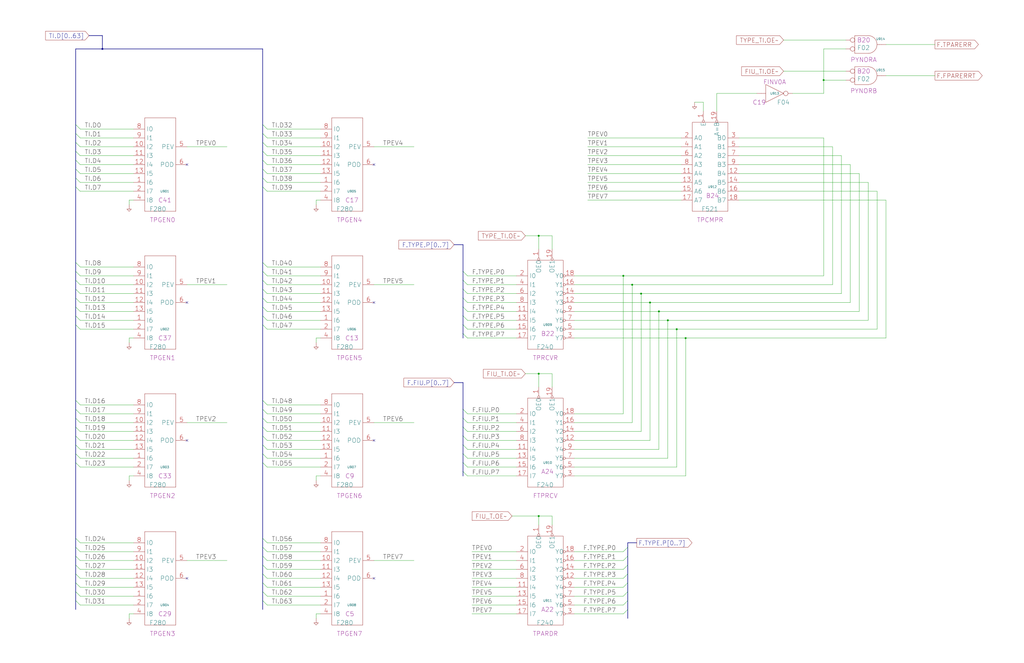
<source format=kicad_sch>
(kicad_sch (version 20250114) (generator "eeschema") (generator_version "9.0")
  (paper "User" 584.2 378.46)
  (title_block (title "TYPE/FIU BUS PARITY") (date "20-MAR-90") (rev "1.0") (comment 1 "FIU") (comment 2 "232-003065") (comment 3 "S400") (comment 4 "RELEASED"))
  (lib_symbols
    (symbol "r1000:F02" (pin_numbers (hide yes)) (pin_names (hide yes))
      (property "Reference" "U" (at 12.16 0.635 0))
      (property "Value" "F02" (at -1.27 -4.445 0))
      (property "Location" "___" (at 2.54 0 0))
      (property "Name" "______" (at 2.54 -12.7 0))
      (symbol "F02_0_1"
        (arc (start -3.81 2.54) (mid -2.9847 -2.54) (end -3.81 -7.62) (stroke (width 0.1524)))
        (polyline (pts (xy -5.08 0) (xy -3.175 0)) (stroke (width 0.1524)))
        (polyline (pts (xy -5.08 -5.08) (xy -3.175 -5.08)) (stroke (width 0.1524)))
        (polyline (pts (xy -3.81 2.54) (xy 2.54 2.54)) (stroke (width 0.1524)))
        (polyline (pts (xy -3.81 -7.62) (xy 2.54 -7.62)) (stroke (width 0.1524)))
        (arc (start 2.54 2.54) (mid 6.9477 0.8966) (end 10.16 -2.54) (stroke (width 0.1524)))
        (arc (start 10.16 -2.54) (mid 6.9515 -5.9823) (end 2.54 -7.62) (stroke (width 0.1524)))
        (circle (center 11.43 -2.54) (radius 1.27) (stroke (width 0.1524)))
        (polyline (pts (xy 13.97 -2.54) (xy 12.7 -2.54)) (stroke (width 0.1524)))
      )
      (symbol "F02_0_2"
        (circle (center -3.81 0) (radius 1.27) (stroke (width 0.1524)))
        (circle (center -3.81 -5.08) (radius 1.27) (stroke (width 0.1524)))
        (polyline (pts (xy -2.54 2.54) (xy -2.54 -7.62)) (stroke (width 0.1524)))
        (polyline (pts (xy -2.54 2.54) (xy 5.08 2.54)) (stroke (width 0.1524)))
        (polyline (pts (xy -2.54 -7.62) (xy 5.08 -7.62)) (stroke (width 0.1524)))
        (arc (start 5.08 2.54) (mid 10.1281 -2.54) (end 5.08 -7.62) (stroke (width 0.1524)))
        (polyline (pts (xy 11.43 -2.54) (xy 10.16 -2.54)) (stroke (width 0.1524)))
        (polyline (pts (xy 11.43 -2.54) (xy 12.7 -2.54)) (stroke (width 0.1524)))
      )
      (symbol "F02_1_1"
        (pin input line (at -7.62 0 0) (length 2.54) (name "D0") (number "1"))
        (pin input line (at -7.62 -5.08 0) (length 2.54) (name "D1") (number "2"))
        (pin output line (at 15.24 -2.54 180) (length 1.27) (name "Q") (number "3"))
      )
      (symbol "F02_1_2"
        (pin input line (at -7.62 0 0) (length 2.54) (name "D0") (number "1"))
        (pin input line (at -7.62 -5.08 0) (length 2.54) (name "D1") (number "2"))
        (pin output line (at 15.24 -2.54 180) (length 2.54) (name "Q") (number "3"))
      )
    )
    (symbol "r1000:F04" (pin_numbers (hide yes)) (pin_names (hide yes))
      (property "Reference" "U" (at 0 0 0))
      (property "Value" "F04" (at 1.27 -5.08 0))
      (property "Location" "___" (at -12.7 -5.08 0))
      (property "Name" "______" (at 0 5.08 0))
      (symbol "F04_0_1"
        (polyline (pts (xy -7.62 0) (xy -5.08 0)) (stroke (width 0.1524)))
        (polyline (pts (xy -5.08 5.08) (xy -5.08 -5.08)) (stroke (width 0.1524)))
        (polyline (pts (xy 5.08 0) (xy -5.08 5.08)) (stroke (width 0.1524)))
        (polyline (pts (xy 5.08 0) (xy -5.08 -5.08)) (stroke (width 0.1524)))
        (circle (center 6.35 0) (radius 1.27) (stroke (width 0.1524)))
      )
      (symbol "F04_1_1"
        (pin input line (at -10.16 0 0) (length 2.54) (name "D0") (number "1"))
        (pin output line (at 10.16 0 180) (length 2.54) (name "Q") (number "2"))
      )
    )
    (symbol "r1000:F240" (pin_names (offset 1.016))
      (property "Reference" "U" (at 2.54 5.08 0))
      (property "Value" "F240" (at -3.81 -7.62 0))
      (property "Location" "___" (at -1.27 0 0))
      (property "Name" "______" (at 1.27 -15.24 0))
      (symbol "F240_1_1"
        (rectangle (start -8.89 41.91) (end 11.43 -8.89))
        (circle (center -2.54 42.545) (radius 0.635))
        (circle (center 5.08 42.545) (radius 0.635))
        (circle (center 12.065 33.02) (radius 0.635))
        (circle (center 12.065 27.94) (radius 0.635))
        (circle (center 12.065 22.86) (radius 0.635))
        (circle (center 12.065 17.78) (radius 0.635))
        (circle (center 12.065 12.7) (radius 0.635))
        (circle (center 12.065 7.62) (radius 0.635))
        (circle (center 12.065 2.54) (radius 0.635))
        (circle (center 12.065 -2.54) (radius 0.635))
        (pin input line (at -15.24 33.02 0) (length 6.35) (name "I0") (number "2"))
        (pin input line (at -15.24 27.94 0) (length 6.35) (name "I1") (number "4"))
        (pin input line (at -15.24 22.86 0) (length 6.35) (name "I2") (number "6"))
        (pin input line (at -15.24 17.78 0) (length 6.35) (name "I3") (number "8"))
        (pin input line (at -15.24 12.7 0) (length 6.35) (name "I4") (number "11"))
        (pin input line (at -15.24 7.62 0) (length 6.35) (name "I5") (number "13"))
        (pin input line (at -15.24 2.54 0) (length 6.35) (name "I6") (number "15"))
        (pin input line (at -15.24 -2.54 0) (length 6.35) (name "I7") (number "17"))
        (pin input line (at -2.54 48.26 270) (length 5.08) (name "OE0") (number "1"))
        (pin input line (at 5.08 48.26 270) (length 5.08) (name "OE1") (number "19"))
        (pin tri_state line (at 17.78 33.02 180) (length 5.08) (name "Y0") (number "18"))
        (pin tri_state line (at 17.78 27.94 180) (length 5.08) (name "Y1") (number "16"))
        (pin tri_state line (at 17.78 22.86 180) (length 5.08) (name "Y2") (number "14"))
        (pin tri_state line (at 17.78 17.78 180) (length 5.08) (name "Y3") (number "12"))
        (pin tri_state line (at 17.78 12.7 180) (length 5.08) (name "Y4") (number "9"))
        (pin tri_state line (at 17.78 7.62 180) (length 5.08) (name "Y5") (number "7"))
        (pin tri_state line (at 17.78 2.54 180) (length 5.08) (name "Y6") (number "5"))
        (pin tri_state line (at 17.78 -2.54 180) (length 5.08) (name "Y7") (number "3"))
      )
    )
    (symbol "r1000:F280" (pin_names (offset 1.016))
      (property "Reference" "U" (at 2.54 5.08 0))
      (property "Value" "F280" (at -6.35 -5.08 0))
      (property "Location" "___" (at -1.27 0 0))
      (property "Name" "______" (at 1.27 -12.7 0))
      (symbol "F280_1_1"
        (rectangle (start -8.89 46.99) (end 8.89 -6.35))
        (pin input line (at -15.24 40.64 0) (length 6.35) (name "I0") (number "8"))
        (pin input line (at -15.24 35.56 0) (length 6.35) (name "I1") (number "9"))
        (pin input line (at -15.24 30.48 0) (length 6.35) (name "I2") (number "10"))
        (pin input line (at -15.24 25.4 0) (length 6.35) (name "I3") (number "11"))
        (pin input line (at -15.24 20.32 0) (length 6.35) (name "I4") (number "12"))
        (pin input line (at -15.24 15.24 0) (length 6.35) (name "I5") (number "13"))
        (pin input line (at -15.24 10.16 0) (length 6.35) (name "I6") (number "1"))
        (pin input line (at -15.24 5.08 0) (length 6.35) (name "I7") (number "2"))
        (pin input line (at -15.24 0 0) (length 6.35) (name "I8") (number "4"))
        (pin output line (at 15.24 30.48 180) (length 6.35) (name "PEV") (number "5"))
        (pin output line (at 15.24 20.32 180) (length 6.35) (name "POD") (number "6"))
      )
    )
    (symbol "r1000:F521" (pin_names (offset 1.016))
      (property "Reference" "U" (at 2.54 5.08 0))
      (property "Value" "F521" (at -3.81 -7.62 0))
      (property "Location" "___" (at -1.27 0 0))
      (property "Name" "______" (at 1.27 -15.24 0))
      (symbol "F521_1_1"
        (rectangle (start -8.89 41.91) (end 11.43 -8.89))
        (circle (center -2.54 42.545) (radius 0.635))
        (circle (center 5.08 42.545) (radius 0.635))
        (pin input line (at -15.24 33.02 0) (length 6.35) (name "A0") (number "2"))
        (pin input line (at -15.24 27.94 0) (length 6.35) (name "A1") (number "4"))
        (pin input line (at -15.24 22.86 0) (length 6.35) (name "A2") (number "6"))
        (pin input line (at -15.24 17.78 0) (length 6.35) (name "A3") (number "8"))
        (pin input line (at -15.24 12.7 0) (length 6.35) (name "A4") (number "11"))
        (pin input line (at -15.24 7.62 0) (length 6.35) (name "A5") (number "13"))
        (pin input line (at -15.24 2.54 0) (length 6.35) (name "A6") (number "15"))
        (pin input line (at -15.24 -2.54 0) (length 6.35) (name "A7") (number "17"))
        (pin input line (at -2.54 48.26 270) (length 5.08) (name "E") (number "1"))
        (pin output line (at 5.08 48.26 270) (length 5.08) (name "A=B") (number "19"))
        (pin input line (at 17.78 33.02 180) (length 6.35) (name "B0") (number "3"))
        (pin input line (at 17.78 27.94 180) (length 6.35) (name "B1") (number "5"))
        (pin input line (at 17.78 22.86 180) (length 6.35) (name "B2") (number "7"))
        (pin input line (at 17.78 17.78 180) (length 6.35) (name "B3") (number "9"))
        (pin input line (at 17.78 12.7 180) (length 6.35) (name "B4") (number "12"))
        (pin input line (at 17.78 7.62 180) (length 6.35) (name "B5") (number "14"))
        (pin input line (at 17.78 2.54 180) (length 6.35) (name "B6") (number "16"))
        (pin input line (at 17.78 -2.54 180) (length 6.35) (name "B7") (number "18"))
      )
    )
    (symbol "r1000:PD" (power) (pin_numbers (hide yes)) (pin_names (hide yes)) (in_bom no)
      (symbol "PD_0_1"
        (polyline (pts (xy 0 -2.54) (xy 1.27 -2.54) (xy 0 -3.81) (xy -1.27 -2.54) (xy 0 -2.54)) (stroke (width 0.1524)))
      )
      (symbol "PD_1_1"
        (pin power_in line (at 0 0 270) (length 2.54) (name "PD") (number "1"))
      )
    )
  )
  (junction (at 355.6 157.48))
  (junction (at 386.08 187.96))
  (junction (at 58.42 27.94))
  (junction (at 307.34 213.36))
  (junction (at 360.68 162.56))
  (junction (at 391.16 193.04))
  (junction (at 307.34 134.62))
  (junction (at 370.84 172.72))
  (junction (at 375.92 177.8))
  (junction (at 469.9 45.72))
  (junction (at 365.76 167.64))
  (junction (at 307.34 294.64))
  (junction (at 381 182.88))
  (no_connect (at 213.36 93.98))
  (no_connect (at 213.36 330.2))
  (no_connect (at 106.68 172.72))
  (no_connect (at 106.68 251.46))
  (no_connect (at 106.68 93.98))
  (no_connect (at 213.36 172.72))
  (no_connect (at 106.68 330.2))
  (no_connect (at 213.36 251.46))
  (bus_entry (at 264.16 185.42) (size 2.54 2.54))
  (bus_entry (at 149.86 96.52) (size 2.54 2.54))
  (bus_entry (at 358.14 327.66) (size -2.54 2.54))
  (bus_entry (at 358.14 317.5) (size -2.54 2.54))
  (bus_entry (at 149.86 233.68) (size 2.54 2.54))
  (bus_entry (at 149.86 322.58) (size 2.54 2.54))
  (bus_entry (at 149.86 86.36) (size 2.54 2.54))
  (bus_entry (at 43.18 312.42) (size 2.54 2.54))
  (bus_entry (at 149.86 160.02) (size 2.54 2.54))
  (bus_entry (at 43.18 337.82) (size 2.54 2.54))
  (bus_entry (at 43.18 170.18) (size 2.54 2.54))
  (bus_entry (at 358.14 347.98) (size -2.54 2.54))
  (bus_entry (at 264.16 264.16) (size 2.54 2.54))
  (bus_entry (at 149.86 259.08) (size 2.54 2.54))
  (bus_entry (at 43.18 180.34) (size 2.54 2.54))
  (bus_entry (at 43.18 165.1) (size 2.54 2.54))
  (bus_entry (at 43.18 185.42) (size 2.54 2.54))
  (bus_entry (at 43.18 233.68) (size 2.54 2.54))
  (bus_entry (at 43.18 101.6) (size 2.54 2.54))
  (bus_entry (at 264.16 154.94) (size 2.54 2.54))
  (bus_entry (at 264.16 160.02) (size 2.54 2.54))
  (bus_entry (at 149.86 238.76) (size 2.54 2.54))
  (bus_entry (at 43.18 160.02) (size 2.54 2.54))
  (bus_entry (at 149.86 154.94) (size 2.54 2.54))
  (bus_entry (at 264.16 248.92) (size 2.54 2.54))
  (bus_entry (at 43.18 76.2) (size 2.54 2.54))
  (bus_entry (at 264.16 243.84) (size 2.54 2.54))
  (bus_entry (at 149.86 317.5) (size 2.54 2.54))
  (bus_entry (at 43.18 254) (size 2.54 2.54))
  (bus_entry (at 149.86 76.2) (size 2.54 2.54))
  (bus_entry (at 264.16 165.1) (size 2.54 2.54))
  (bus_entry (at 43.18 96.52) (size 2.54 2.54))
  (bus_entry (at 358.14 332.74) (size -2.54 2.54))
  (bus_entry (at 43.18 317.5) (size 2.54 2.54))
  (bus_entry (at 43.18 91.44) (size 2.54 2.54))
  (bus_entry (at 149.86 228.6) (size 2.54 2.54))
  (bus_entry (at 43.18 259.08) (size 2.54 2.54))
  (bus_entry (at 43.18 228.6) (size 2.54 2.54))
  (bus_entry (at 149.86 81.28) (size 2.54 2.54))
  (bus_entry (at 264.16 269.24) (size 2.54 2.54))
  (bus_entry (at 43.18 81.28) (size 2.54 2.54))
  (bus_entry (at 149.86 175.26) (size 2.54 2.54))
  (bus_entry (at 43.18 154.94) (size 2.54 2.54))
  (bus_entry (at 43.18 248.92) (size 2.54 2.54))
  (bus_entry (at 149.86 170.18) (size 2.54 2.54))
  (bus_entry (at 264.16 180.34) (size 2.54 2.54))
  (bus_entry (at 264.16 238.76) (size 2.54 2.54))
  (bus_entry (at 149.86 312.42) (size 2.54 2.54))
  (bus_entry (at 43.18 342.9) (size 2.54 2.54))
  (bus_entry (at 43.18 238.76) (size 2.54 2.54))
  (bus_entry (at 149.86 106.68) (size 2.54 2.54))
  (bus_entry (at 264.16 233.68) (size 2.54 2.54))
  (bus_entry (at 149.86 332.74) (size 2.54 2.54))
  (bus_entry (at 149.86 307.34) (size 2.54 2.54))
  (bus_entry (at 264.16 254) (size 2.54 2.54))
  (bus_entry (at 43.18 71.12) (size 2.54 2.54))
  (bus_entry (at 43.18 86.36) (size 2.54 2.54))
  (bus_entry (at 43.18 149.86) (size 2.54 2.54))
  (bus_entry (at 358.14 322.58) (size -2.54 2.54))
  (bus_entry (at 43.18 332.74) (size 2.54 2.54))
  (bus_entry (at 149.86 327.66) (size 2.54 2.54))
  (bus_entry (at 149.86 180.34) (size 2.54 2.54))
  (bus_entry (at 43.18 175.26) (size 2.54 2.54))
  (bus_entry (at 264.16 259.08) (size 2.54 2.54))
  (bus_entry (at 264.16 175.26) (size 2.54 2.54))
  (bus_entry (at 358.14 312.42) (size -2.54 2.54))
  (bus_entry (at 149.86 71.12) (size 2.54 2.54))
  (bus_entry (at 149.86 254) (size 2.54 2.54))
  (bus_entry (at 358.14 337.82) (size -2.54 2.54))
  (bus_entry (at 149.86 243.84) (size 2.54 2.54))
  (bus_entry (at 43.18 243.84) (size 2.54 2.54))
  (bus_entry (at 149.86 248.92) (size 2.54 2.54))
  (bus_entry (at 43.18 106.68) (size 2.54 2.54))
  (bus_entry (at 149.86 342.9) (size 2.54 2.54))
  (bus_entry (at 43.18 307.34) (size 2.54 2.54))
  (bus_entry (at 43.18 327.66) (size 2.54 2.54))
  (bus_entry (at 149.86 337.82) (size 2.54 2.54))
  (bus_entry (at 149.86 149.86) (size 2.54 2.54))
  (bus_entry (at 264.16 190.5) (size 2.54 2.54))
  (bus_entry (at 149.86 91.44) (size 2.54 2.54))
  (bus_entry (at 358.14 342.9) (size -2.54 2.54))
  (bus_entry (at 149.86 101.6) (size 2.54 2.54))
  (bus_entry (at 149.86 165.1) (size 2.54 2.54))
  (bus_entry (at 43.18 264.16) (size 2.54 2.54))
  (bus_entry (at 264.16 170.18) (size 2.54 2.54))
  (bus_entry (at 43.18 322.58) (size 2.54 2.54))
  (bus_entry (at 149.86 185.42) (size 2.54 2.54))
  (bus_entry (at 149.86 264.16) (size 2.54 2.54))
  (wire (pts (xy 45.72 261.62) (xy 76.2 261.62)))
  (wire (pts (xy 180.34 114.3) (xy 180.34 116.84)))
  (bus (pts (xy 264.16 269.24) (xy 264.16 271.78)))
  (bus (pts (xy 259.08 139.7) (xy 264.16 139.7)))
  (wire (pts (xy 152.4 83.82) (xy 182.88 83.82)))
  (wire (pts (xy 45.72 167.64) (xy 76.2 167.64)))
  (bus (pts (xy 149.86 81.28) (xy 149.86 86.36)))
  (wire (pts (xy 327.66 172.72) (xy 370.84 172.72)))
  (wire (pts (xy 76.2 114.3) (xy 73.66 114.3)))
  (bus (pts (xy 43.18 106.68) (xy 43.18 149.86)))
  (wire (pts (xy 45.72 93.98) (xy 76.2 93.98)))
  (bus (pts (xy 43.18 27.94) (xy 58.42 27.94)))
  (wire (pts (xy 266.7 182.88) (xy 294.64 182.88)))
  (wire (pts (xy 152.4 78.74) (xy 182.88 78.74)))
  (wire (pts (xy 335.28 83.82) (xy 388.62 83.82)))
  (bus (pts (xy 149.86 233.68) (xy 149.86 238.76)))
  (wire (pts (xy 401.32 58.42) (xy 396.24 58.42)))
  (bus (pts (xy 43.18 81.28) (xy 43.18 86.36)))
  (wire (pts (xy 152.4 187.96) (xy 182.88 187.96)))
  (wire (pts (xy 421.64 104.14) (xy 495.3 104.14)))
  (wire (pts (xy 152.4 309.88) (xy 182.88 309.88)))
  (wire (pts (xy 505.46 25.4) (xy 533.4 25.4)))
  (wire (pts (xy 474.98 162.56) (xy 360.68 162.56)))
  (wire (pts (xy 269.24 314.96) (xy 294.64 314.96)))
  (wire (pts (xy 269.24 345.44) (xy 294.64 345.44)))
  (wire (pts (xy 327.66 246.38) (xy 365.76 246.38)))
  (wire (pts (xy 213.36 162.56) (xy 236.22 162.56)))
  (bus (pts (xy 149.86 264.16) (xy 149.86 307.34)))
  (wire (pts (xy 327.66 266.7) (xy 386.08 266.7)))
  (bus (pts (xy 58.42 20.32) (xy 58.42 27.94)))
  (wire (pts (xy 335.28 93.98) (xy 388.62 93.98)))
  (wire (pts (xy 355.6 157.48) (xy 327.66 157.48)))
  (wire (pts (xy 45.72 177.8) (xy 76.2 177.8)))
  (wire (pts (xy 386.08 187.96) (xy 327.66 187.96)))
  (wire (pts (xy 45.72 330.2) (xy 76.2 330.2)))
  (bus (pts (xy 43.18 86.36) (xy 43.18 91.44)))
  (wire (pts (xy 213.36 320.04) (xy 236.22 320.04)))
  (wire (pts (xy 327.66 236.22) (xy 355.6 236.22)))
  (wire (pts (xy 152.4 162.56) (xy 182.88 162.56)))
  (wire (pts (xy 314.96 213.36) (xy 307.34 213.36)))
  (wire (pts (xy 269.24 325.12) (xy 294.64 325.12)))
  (wire (pts (xy 152.4 109.22) (xy 182.88 109.22)))
  (bus (pts (xy 149.86 327.66) (xy 149.86 332.74)))
  (bus (pts (xy 43.18 307.34) (xy 43.18 312.42)))
  (wire (pts (xy 180.34 350.52) (xy 180.34 353.06)))
  (wire (pts (xy 45.72 152.4) (xy 76.2 152.4)))
  (wire (pts (xy 106.68 83.82) (xy 129.54 83.82)))
  (wire (pts (xy 469.9 157.48) (xy 355.6 157.48)))
  (wire (pts (xy 360.68 241.3) (xy 327.66 241.3)))
  (wire (pts (xy 490.22 99.06) (xy 490.22 177.8)))
  (bus (pts (xy 358.14 309.88) (xy 358.14 312.42)))
  (bus (pts (xy 264.16 154.94) (xy 264.16 160.02)))
  (bus (pts (xy 43.18 248.92) (xy 43.18 254)))
  (wire (pts (xy 152.4 231.14) (xy 182.88 231.14)))
  (wire (pts (xy 45.72 335.28) (xy 76.2 335.28)))
  (wire (pts (xy 335.28 88.9) (xy 388.62 88.9)))
  (wire (pts (xy 421.64 88.9) (xy 480.06 88.9)))
  (bus (pts (xy 43.18 185.42) (xy 43.18 228.6)))
  (bus (pts (xy 149.86 228.6) (xy 149.86 233.68)))
  (wire (pts (xy 266.7 162.56) (xy 294.64 162.56)))
  (bus (pts (xy 358.14 337.82) (xy 358.14 342.9)))
  (wire (pts (xy 327.66 256.54) (xy 375.92 256.54)))
  (wire (pts (xy 327.66 193.04) (xy 391.16 193.04)))
  (wire (pts (xy 421.64 93.98) (xy 485.14 93.98)))
  (bus (pts (xy 43.18 317.5) (xy 43.18 322.58)))
  (wire (pts (xy 386.08 266.7) (xy 386.08 187.96)))
  (wire (pts (xy 266.7 261.62) (xy 294.64 261.62)))
  (wire (pts (xy 307.34 299.72) (xy 307.34 294.64)))
  (bus (pts (xy 149.86 96.52) (xy 149.86 101.6)))
  (wire (pts (xy 327.66 320.04) (xy 355.6 320.04)))
  (bus (pts (xy 149.86 259.08) (xy 149.86 264.16)))
  (wire (pts (xy 408.94 63.5) (xy 408.94 53.34)))
  (bus (pts (xy 43.18 337.82) (xy 43.18 342.9)))
  (wire (pts (xy 490.22 177.8) (xy 375.92 177.8)))
  (wire (pts (xy 500.38 109.22) (xy 500.38 187.96)))
  (bus (pts (xy 149.86 317.5) (xy 149.86 322.58)))
  (wire (pts (xy 45.72 246.38) (xy 76.2 246.38)))
  (wire (pts (xy 314.96 294.64) (xy 307.34 294.64)))
  (wire (pts (xy 152.4 256.54) (xy 182.88 256.54)))
  (bus (pts (xy 264.16 160.02) (xy 264.16 165.1)))
  (wire (pts (xy 182.88 114.3) (xy 180.34 114.3)))
  (wire (pts (xy 45.72 345.44) (xy 76.2 345.44)))
  (wire (pts (xy 307.34 294.64) (xy 292.1 294.64)))
  (bus (pts (xy 149.86 307.34) (xy 149.86 312.42)))
  (bus (pts (xy 264.16 259.08) (xy 264.16 264.16)))
  (wire (pts (xy 266.7 167.64) (xy 294.64 167.64)))
  (bus (pts (xy 43.18 101.6) (xy 43.18 106.68)))
  (bus (pts (xy 264.16 254) (xy 264.16 259.08)))
  (wire (pts (xy 152.4 266.7) (xy 182.88 266.7)))
  (bus (pts (xy 43.18 327.66) (xy 43.18 332.74)))
  (bus (pts (xy 149.86 170.18) (xy 149.86 175.26)))
  (wire (pts (xy 269.24 320.04) (xy 294.64 320.04)))
  (wire (pts (xy 269.24 335.28) (xy 294.64 335.28)))
  (bus (pts (xy 358.14 342.9) (xy 358.14 347.98)))
  (wire (pts (xy 266.7 246.38) (xy 294.64 246.38)))
  (bus (pts (xy 43.18 165.1) (xy 43.18 170.18)))
  (wire (pts (xy 266.7 266.7) (xy 294.64 266.7)))
  (bus (pts (xy 43.18 264.16) (xy 43.18 307.34)))
  (wire (pts (xy 375.92 177.8) (xy 327.66 177.8)))
  (wire (pts (xy 505.46 43.18) (xy 533.4 43.18)))
  (bus (pts (xy 149.86 76.2) (xy 149.86 81.28)))
  (wire (pts (xy 307.34 142.24) (xy 307.34 134.62)))
  (bus (pts (xy 43.18 254) (xy 43.18 259.08)))
  (wire (pts (xy 152.4 177.8) (xy 182.88 177.8)))
  (wire (pts (xy 45.72 157.48) (xy 76.2 157.48)))
  (wire (pts (xy 314.96 142.24) (xy 314.96 134.62)))
  (wire (pts (xy 266.7 172.72) (xy 294.64 172.72)))
  (wire (pts (xy 421.64 114.3) (xy 505.46 114.3)))
  (wire (pts (xy 266.7 236.22) (xy 294.64 236.22)))
  (wire (pts (xy 152.4 325.12) (xy 182.88 325.12)))
  (wire (pts (xy 421.64 78.74) (xy 469.9 78.74)))
  (wire (pts (xy 45.72 309.88) (xy 76.2 309.88)))
  (bus (pts (xy 358.14 312.42) (xy 358.14 317.5)))
  (bus (pts (xy 264.16 180.34) (xy 264.16 185.42)))
  (wire (pts (xy 327.66 162.56) (xy 360.68 162.56)))
  (wire (pts (xy 307.34 220.98) (xy 307.34 213.36)))
  (bus (pts (xy 149.86 332.74) (xy 149.86 337.82)))
  (wire (pts (xy 45.72 325.12) (xy 76.2 325.12)))
  (wire (pts (xy 152.4 167.64) (xy 182.88 167.64)))
  (bus (pts (xy 358.14 322.58) (xy 358.14 327.66)))
  (wire (pts (xy 360.68 162.56) (xy 360.68 241.3)))
  (wire (pts (xy 485.14 93.98) (xy 485.14 172.72)))
  (wire (pts (xy 152.4 246.38) (xy 182.88 246.38)))
  (wire (pts (xy 469.9 53.34) (xy 469.9 45.72)))
  (bus (pts (xy 149.86 337.82) (xy 149.86 342.9)))
  (wire (pts (xy 45.72 266.7) (xy 76.2 266.7)))
  (wire (pts (xy 152.4 104.14) (xy 182.88 104.14)))
  (wire (pts (xy 500.38 187.96) (xy 386.08 187.96)))
  (wire (pts (xy 182.88 350.52) (xy 180.34 350.52)))
  (wire (pts (xy 106.68 320.04) (xy 129.54 320.04)))
  (wire (pts (xy 391.16 193.04) (xy 391.16 271.78)))
  (wire (pts (xy 269.24 330.2) (xy 294.64 330.2)))
  (wire (pts (xy 73.66 193.04) (xy 73.66 195.58)))
  (bus (pts (xy 43.18 322.58) (xy 43.18 327.66)))
  (wire (pts (xy 495.3 104.14) (xy 495.3 182.88)))
  (wire (pts (xy 335.28 114.3) (xy 388.62 114.3)))
  (wire (pts (xy 45.72 104.14) (xy 76.2 104.14)))
  (wire (pts (xy 45.72 172.72) (xy 76.2 172.72)))
  (bus (pts (xy 264.16 233.68) (xy 264.16 238.76)))
  (bus (pts (xy 264.16 170.18) (xy 264.16 175.26)))
  (wire (pts (xy 370.84 172.72) (xy 370.84 251.46)))
  (wire (pts (xy 327.66 325.12) (xy 355.6 325.12)))
  (wire (pts (xy 474.98 83.82) (xy 474.98 162.56)))
  (wire (pts (xy 45.72 340.36) (xy 76.2 340.36)))
  (wire (pts (xy 73.66 114.3) (xy 73.66 116.84)))
  (wire (pts (xy 45.72 251.46) (xy 76.2 251.46)))
  (bus (pts (xy 149.86 254) (xy 149.86 259.08)))
  (bus (pts (xy 43.18 259.08) (xy 43.18 264.16)))
  (bus (pts (xy 43.18 342.9) (xy 43.18 347.98)))
  (bus (pts (xy 358.14 317.5) (xy 358.14 322.58)))
  (wire (pts (xy 335.28 109.22) (xy 388.62 109.22)))
  (wire (pts (xy 307.34 213.36) (xy 299.72 213.36)))
  (wire (pts (xy 45.72 256.54) (xy 76.2 256.54)))
  (bus (pts (xy 43.18 332.74) (xy 43.18 337.82)))
  (bus (pts (xy 43.18 149.86) (xy 43.18 154.94)))
  (bus (pts (xy 259.08 218.44) (xy 264.16 218.44)))
  (wire (pts (xy 152.4 261.62) (xy 182.88 261.62)))
  (bus (pts (xy 149.86 91.44) (xy 149.86 96.52)))
  (bus (pts (xy 149.86 149.86) (xy 149.86 154.94)))
  (bus (pts (xy 358.14 309.88) (xy 363.22 309.88)))
  (wire (pts (xy 335.28 78.74) (xy 388.62 78.74)))
  (bus (pts (xy 149.86 71.12) (xy 149.86 76.2)))
  (bus (pts (xy 43.18 243.84) (xy 43.18 248.92)))
  (wire (pts (xy 152.4 152.4) (xy 182.88 152.4)))
  (bus (pts (xy 264.16 190.5) (xy 264.16 193.04)))
  (wire (pts (xy 495.3 182.88) (xy 381 182.88)))
  (wire (pts (xy 152.4 182.88) (xy 182.88 182.88)))
  (wire (pts (xy 327.66 182.88) (xy 381 182.88)))
  (wire (pts (xy 335.28 99.06) (xy 388.62 99.06)))
  (wire (pts (xy 152.4 93.98) (xy 182.88 93.98)))
  (wire (pts (xy 73.66 350.52) (xy 73.66 353.06)))
  (wire (pts (xy 355.6 236.22) (xy 355.6 157.48)))
  (bus (pts (xy 43.18 76.2) (xy 43.18 81.28)))
  (bus (pts (xy 149.86 248.92) (xy 149.86 254)))
  (wire (pts (xy 485.14 172.72) (xy 370.84 172.72)))
  (wire (pts (xy 152.4 335.28) (xy 182.88 335.28)))
  (bus (pts (xy 149.86 165.1) (xy 149.86 170.18)))
  (wire (pts (xy 180.34 271.78) (xy 180.34 274.32)))
  (bus (pts (xy 149.86 160.02) (xy 149.86 165.1)))
  (wire (pts (xy 447.04 22.86) (xy 482.6 22.86)))
  (bus (pts (xy 149.86 86.36) (xy 149.86 91.44)))
  (wire (pts (xy 76.2 193.04) (xy 73.66 193.04)))
  (wire (pts (xy 76.2 350.52) (xy 73.66 350.52)))
  (wire (pts (xy 182.88 193.04) (xy 180.34 193.04)))
  (wire (pts (xy 180.34 193.04) (xy 180.34 195.58)))
  (bus (pts (xy 43.18 27.94) (xy 43.18 71.12)))
  (wire (pts (xy 152.4 172.72) (xy 182.88 172.72)))
  (wire (pts (xy 152.4 157.48) (xy 182.88 157.48)))
  (wire (pts (xy 269.24 350.52) (xy 294.64 350.52)))
  (wire (pts (xy 45.72 78.74) (xy 76.2 78.74)))
  (wire (pts (xy 106.68 162.56) (xy 129.54 162.56)))
  (wire (pts (xy 45.72 231.14) (xy 76.2 231.14)))
  (bus (pts (xy 149.86 106.68) (xy 149.86 149.86)))
  (wire (pts (xy 152.4 241.3) (xy 182.88 241.3)))
  (wire (pts (xy 365.76 167.64) (xy 327.66 167.64)))
  (wire (pts (xy 421.64 99.06) (xy 490.22 99.06)))
  (bus (pts (xy 50.8 20.32) (xy 58.42 20.32)))
  (bus (pts (xy 43.18 160.02) (xy 43.18 165.1)))
  (bus (pts (xy 149.86 27.94) (xy 149.86 71.12)))
  (wire (pts (xy 152.4 314.96) (xy 182.88 314.96)))
  (wire (pts (xy 45.72 187.96) (xy 76.2 187.96)))
  (wire (pts (xy 375.92 256.54) (xy 375.92 177.8)))
  (wire (pts (xy 45.72 99.06) (xy 76.2 99.06)))
  (bus (pts (xy 43.18 228.6) (xy 43.18 233.68)))
  (bus (pts (xy 358.14 332.74) (xy 358.14 337.82)))
  (wire (pts (xy 266.7 256.54) (xy 294.64 256.54)))
  (wire (pts (xy 152.4 88.9) (xy 182.88 88.9)))
  (bus (pts (xy 358.14 327.66) (xy 358.14 332.74)))
  (wire (pts (xy 266.7 187.96) (xy 294.64 187.96)))
  (wire (pts (xy 307.34 134.62) (xy 299.72 134.62)))
  (bus (pts (xy 264.16 243.84) (xy 264.16 248.92)))
  (wire (pts (xy 213.36 241.3) (xy 236.22 241.3)))
  (wire (pts (xy 327.66 314.96) (xy 355.6 314.96)))
  (wire (pts (xy 152.4 345.44) (xy 182.88 345.44)))
  (bus (pts (xy 149.86 322.58) (xy 149.86 327.66)))
  (wire (pts (xy 447.04 40.64) (xy 482.6 40.64)))
  (wire (pts (xy 401.32 63.5) (xy 401.32 58.42)))
  (wire (pts (xy 45.72 73.66) (xy 76.2 73.66)))
  (wire (pts (xy 381 182.88) (xy 381 261.62)))
  (wire (pts (xy 152.4 340.36) (xy 182.88 340.36)))
  (bus (pts (xy 43.18 233.68) (xy 43.18 238.76)))
  (wire (pts (xy 106.68 241.3) (xy 129.54 241.3)))
  (wire (pts (xy 45.72 241.3) (xy 76.2 241.3)))
  (wire (pts (xy 45.72 88.9) (xy 76.2 88.9)))
  (wire (pts (xy 327.66 345.44) (xy 355.6 345.44)))
  (bus (pts (xy 264.16 238.76) (xy 264.16 243.84)))
  (bus (pts (xy 358.14 347.98) (xy 358.14 353.06)))
  (wire (pts (xy 480.06 167.64) (xy 365.76 167.64)))
  (bus (pts (xy 43.18 154.94) (xy 43.18 160.02)))
  (wire (pts (xy 266.7 193.04) (xy 294.64 193.04)))
  (wire (pts (xy 45.72 182.88) (xy 76.2 182.88)))
  (wire (pts (xy 76.2 271.78) (xy 73.66 271.78)))
  (wire (pts (xy 469.9 45.72) (xy 482.6 45.72)))
  (wire (pts (xy 469.9 78.74) (xy 469.9 157.48)))
  (bus (pts (xy 264.16 175.26) (xy 264.16 180.34)))
  (wire (pts (xy 266.7 177.8) (xy 294.64 177.8)))
  (wire (pts (xy 327.66 340.36) (xy 355.6 340.36)))
  (wire (pts (xy 73.66 271.78) (xy 73.66 274.32)))
  (wire (pts (xy 152.4 73.66) (xy 182.88 73.66)))
  (wire (pts (xy 152.4 251.46) (xy 182.88 251.46)))
  (wire (pts (xy 266.7 251.46) (xy 294.64 251.46)))
  (wire (pts (xy 266.7 157.48) (xy 294.64 157.48)))
  (wire (pts (xy 45.72 162.56) (xy 76.2 162.56)))
  (wire (pts (xy 314.96 134.62) (xy 307.34 134.62)))
  (bus (pts (xy 43.18 238.76) (xy 43.18 243.84)))
  (wire (pts (xy 314.96 299.72) (xy 314.96 294.64)))
  (wire (pts (xy 335.28 104.14) (xy 388.62 104.14)))
  (wire (pts (xy 269.24 340.36) (xy 294.64 340.36)))
  (wire (pts (xy 421.64 109.22) (xy 500.38 109.22)))
  (wire (pts (xy 152.4 330.2) (xy 182.88 330.2)))
  (wire (pts (xy 314.96 220.98) (xy 314.96 213.36)))
  (wire (pts (xy 45.72 109.22) (xy 76.2 109.22)))
  (wire (pts (xy 152.4 236.22) (xy 182.88 236.22)))
  (bus (pts (xy 43.18 96.52) (xy 43.18 101.6)))
  (bus (pts (xy 43.18 180.34) (xy 43.18 185.42)))
  (wire (pts (xy 370.84 251.46) (xy 327.66 251.46)))
  (wire (pts (xy 213.36 83.82) (xy 236.22 83.82)))
  (wire (pts (xy 391.16 271.78) (xy 327.66 271.78)))
  (bus (pts (xy 149.86 238.76) (xy 149.86 243.84)))
  (wire (pts (xy 45.72 236.22) (xy 76.2 236.22)))
  (wire (pts (xy 327.66 335.28) (xy 355.6 335.28)))
  (bus (pts (xy 264.16 264.16) (xy 264.16 269.24)))
  (wire (pts (xy 152.4 320.04) (xy 182.88 320.04)))
  (bus (pts (xy 264.16 185.42) (xy 264.16 190.5)))
  (wire (pts (xy 469.9 45.72) (xy 469.9 27.94)))
  (wire (pts (xy 182.88 271.78) (xy 180.34 271.78)))
  (bus (pts (xy 58.42 27.94) (xy 149.86 27.94)))
  (bus (pts (xy 43.18 312.42) (xy 43.18 317.5)))
  (bus (pts (xy 149.86 101.6) (xy 149.86 106.68)))
  (bus (pts (xy 149.86 180.34) (xy 149.86 185.42)))
  (bus (pts (xy 43.18 91.44) (xy 43.18 96.52)))
  (wire (pts (xy 266.7 241.3) (xy 294.64 241.3)))
  (bus (pts (xy 43.18 71.12) (xy 43.18 76.2)))
  (wire (pts (xy 505.46 114.3) (xy 505.46 193.04)))
  (wire (pts (xy 327.66 350.52) (xy 355.6 350.52)))
  (wire (pts (xy 381 261.62) (xy 327.66 261.62)))
  (bus (pts (xy 264.16 139.7) (xy 264.16 154.94)))
  (wire (pts (xy 408.94 53.34) (xy 431.8 53.34)))
  (bus (pts (xy 264.16 248.92) (xy 264.16 254)))
  (bus (pts (xy 149.86 175.26) (xy 149.86 180.34)))
  (wire (pts (xy 452.12 53.34) (xy 469.9 53.34)))
  (wire (pts (xy 421.64 83.82) (xy 474.98 83.82)))
  (bus (pts (xy 149.86 342.9) (xy 149.86 347.98)))
  (wire (pts (xy 45.72 320.04) (xy 76.2 320.04)))
  (wire (pts (xy 45.72 314.96) (xy 76.2 314.96)))
  (wire (pts (xy 152.4 99.06) (xy 182.88 99.06)))
  (bus (pts (xy 43.18 170.18) (xy 43.18 175.26)))
  (wire (pts (xy 266.7 271.78) (xy 294.64 271.78)))
  (wire (pts (xy 505.46 193.04) (xy 391.16 193.04)))
  (bus (pts (xy 264.16 218.44) (xy 264.16 233.68)))
  (wire (pts (xy 469.9 27.94) (xy 482.6 27.94)))
  (wire (pts (xy 45.72 83.82) (xy 76.2 83.82)))
  (wire (pts (xy 480.06 88.9) (xy 480.06 167.64)))
  (wire (pts (xy 327.66 330.2) (xy 355.6 330.2)))
  (bus (pts (xy 43.18 175.26) (xy 43.18 180.34)))
  (bus (pts (xy 149.86 185.42) (xy 149.86 228.6)))
  (bus (pts (xy 149.86 154.94) (xy 149.86 160.02)))
  (bus (pts (xy 149.86 243.84) (xy 149.86 248.92)))
  (bus (pts (xy 149.86 312.42) (xy 149.86 317.5)))
  (bus (pts (xy 264.16 165.1) (xy 264.16 170.18)))
  (wire (pts (xy 365.76 246.38) (xy 365.76 167.64)))
  (label "TPEV5" (at 218.44 162.56 0) (effects (font (size 2.54 2.54))))
  (label "TI.D23" (at 48.26 266.7 0) (effects (font (size 2.54 2.54))))
  (label "TI.D50" (at 154.94 241.3 0) (effects (font (size 2.54 2.54))))
  (label "TI.D44" (at 154.94 172.72 0) (effects (font (size 2.54 2.54))))
  (label "TPEV1" (at 335.28 83.82 0) (effects (font (size 2.54 2.54))))
  (label "TI.D32" (at 154.94 73.66 0) (effects (font (size 2.54 2.54))))
  (label "F.FIU.P2" (at 269.24 246.38 0) (effects (font (size 2.54 2.54))))
  (label "TI.D19" (at 48.26 246.38 0) (effects (font (size 2.54 2.54))))
  (label "TI.D22" (at 48.26 261.62 0) (effects (font (size 2.54 2.54))))
  (label "TPEV5" (at 335.28 104.14 0) (effects (font (size 2.54 2.54))))
  (label "TPEV3" (at 269.24 330.2 0) (effects (font (size 2.54 2.54))))
  (label "TI.D6" (at 48.26 104.14 0) (effects (font (size 2.54 2.54))))
  (label "TI.D29" (at 48.26 335.28 0) (effects (font (size 2.54 2.54))))
  (label "TI.D11" (at 48.26 167.64 0) (effects (font (size 2.54 2.54))))
  (label "TI.D18" (at 48.26 241.3 0) (effects (font (size 2.54 2.54))))
  (label "F.TYPE.P2" (at 332.74 325.12 0) (effects (font (size 2.54 2.54))))
  (label "TI.D36" (at 154.94 93.98 0) (effects (font (size 2.54 2.54))))
  (label "TI.D25" (at 48.26 314.96 0) (effects (font (size 2.54 2.54))))
  (label "F.TYPE.P3" (at 269.24 172.72 0) (effects (font (size 2.54 2.54))))
  (label "F.FIU.P6" (at 269.24 266.7 0) (effects (font (size 2.54 2.54))))
  (label "F.FIU.P5" (at 269.24 261.62 0) (effects (font (size 2.54 2.54))))
  (label "TPEV2" (at 335.28 88.9 0) (effects (font (size 2.54 2.54))))
  (label "TI.D49" (at 154.94 236.22 0) (effects (font (size 2.54 2.54))))
  (label "TI.D47" (at 154.94 187.96 0) (effects (font (size 2.54 2.54))))
  (label "TPEV6" (at 269.24 345.44 0) (effects (font (size 2.54 2.54))))
  (label "TI.D12" (at 48.26 172.72 0) (effects (font (size 2.54 2.54))))
  (label "TI.D56" (at 154.94 309.88 0) (effects (font (size 2.54 2.54))))
  (label "TI.D7" (at 48.26 109.22 0) (effects (font (size 2.54 2.54))))
  (label "TI.D0" (at 48.26 73.66 0) (effects (font (size 2.54 2.54))))
  (label "TPEV7" (at 335.28 114.3 0) (effects (font (size 2.54 2.54))))
  (label "TI.D54" (at 154.94 261.62 0) (effects (font (size 2.54 2.54))))
  (label "F.FIU.P0" (at 269.24 236.22 0) (effects (font (size 2.54 2.54))))
  (label "TPEV0" (at 269.24 314.96 0) (effects (font (size 2.54 2.54))))
  (label "TI.D35" (at 154.94 88.9 0) (effects (font (size 2.54 2.54))))
  (label "TI.D17" (at 48.26 236.22 0) (effects (font (size 2.54 2.54))))
  (label "TI.D2" (at 48.26 83.82 0) (effects (font (size 2.54 2.54))))
  (label "TI.D15" (at 48.26 187.96 0) (effects (font (size 2.54 2.54))))
  (label "TI.D58" (at 154.94 320.04 0) (effects (font (size 2.54 2.54))))
  (label "TPEV1" (at 269.24 320.04 0) (effects (font (size 2.54 2.54))))
  (label "TPEV2" (at 269.24 325.12 0) (effects (font (size 2.54 2.54))))
  (label "TI.D39" (at 154.94 109.22 0) (effects (font (size 2.54 2.54))))
  (label "F.TYPE.P0" (at 269.24 157.48 0) (effects (font (size 2.54 2.54))))
  (label "TPEV5" (at 269.24 340.36 0) (effects (font (size 2.54 2.54))))
  (label "TI.D55" (at 154.94 266.7 0) (effects (font (size 2.54 2.54))))
  (label "TI.D61" (at 154.94 335.28 0) (effects (font (size 2.54 2.54))))
  (label "TI.D33" (at 154.94 78.74 0) (effects (font (size 2.54 2.54))))
  (label "TPEV1" (at 111.76 162.56 0) (effects (font (size 2.54 2.54))))
  (label "F.TYPE.P4" (at 269.24 177.8 0) (effects (font (size 2.54 2.54))))
  (label "F.TYPE.P4" (at 332.74 335.28 0) (effects (font (size 2.54 2.54))))
  (label "TI.D3" (at 48.26 88.9 0) (effects (font (size 2.54 2.54))))
  (label "TI.D30" (at 48.26 340.36 0) (effects (font (size 2.54 2.54))))
  (label "TI.D13" (at 48.26 177.8 0) (effects (font (size 2.54 2.54))))
  (label "F.FIU.P4" (at 269.24 256.54 0) (effects (font (size 2.54 2.54))))
  (label "TI.D26" (at 48.26 320.04 0) (effects (font (size 2.54 2.54))))
  (label "TI.D1" (at 48.26 78.74 0) (effects (font (size 2.54 2.54))))
  (label "TI.D52" (at 154.94 251.46 0) (effects (font (size 2.54 2.54))))
  (label "F.TYPE.P6" (at 332.74 345.44 0) (effects (font (size 2.54 2.54))))
  (label "F.TYPE.P3" (at 332.74 330.2 0) (effects (font (size 2.54 2.54))))
  (label "TPEV7" (at 218.44 320.04 0) (effects (font (size 2.54 2.54))))
  (label "TI.D37" (at 154.94 99.06 0) (effects (font (size 2.54 2.54))))
  (label "TI.D60" (at 154.94 330.2 0) (effects (font (size 2.54 2.54))))
  (label "TPEV7" (at 269.24 350.52 0) (effects (font (size 2.54 2.54))))
  (label "TI.D21" (at 48.26 256.54 0) (effects (font (size 2.54 2.54))))
  (label "TI.D8" (at 48.26 152.4 0) (effects (font (size 2.54 2.54))))
  (label "TPEV0" (at 111.76 83.82 0) (effects (font (size 2.54 2.54))))
  (label "TPEV0" (at 335.28 78.74 0) (effects (font (size 2.54 2.54))))
  (label "TI.D62" (at 154.94 340.36 0) (effects (font (size 2.54 2.54))))
  (label "F.TYPE.P5" (at 269.24 182.88 0) (effects (font (size 2.54 2.54))))
  (label "TI.D16" (at 48.26 231.14 0) (effects (font (size 2.54 2.54))))
  (label "TI.D48" (at 154.94 231.14 0) (effects (font (size 2.54 2.54))))
  (label "TI.D43" (at 154.94 167.64 0) (effects (font (size 2.54 2.54))))
  (label "TI.D53" (at 154.94 256.54 0) (effects (font (size 2.54 2.54))))
  (label "TI.D5" (at 48.26 99.06 0) (effects (font (size 2.54 2.54))))
  (label "TI.D10" (at 48.26 162.56 0) (effects (font (size 2.54 2.54))))
  (label "TI.D9" (at 48.26 157.48 0) (effects (font (size 2.54 2.54))))
  (label "TI.D46" (at 154.94 182.88 0) (effects (font (size 2.54 2.54))))
  (label "TPEV6" (at 335.28 109.22 0) (effects (font (size 2.54 2.54))))
  (label "TI.D40" (at 154.94 152.4 0) (effects (font (size 2.54 2.54))))
  (label "F.FIU.P1" (at 269.24 241.3 0) (effects (font (size 2.54 2.54))))
  (label "F.FIU.P3" (at 269.24 251.46 0) (effects (font (size 2.54 2.54))))
  (label "TPEV6" (at 218.44 241.3 0) (effects (font (size 2.54 2.54))))
  (label "F.TYPE.P2" (at 269.24 167.64 0) (effects (font (size 2.54 2.54))))
  (label "TPEV3" (at 111.76 320.04 0) (effects (font (size 2.54 2.54))))
  (label "TI.D45" (at 154.94 177.8 0) (effects (font (size 2.54 2.54))))
  (label "TI.D38" (at 154.94 104.14 0) (effects (font (size 2.54 2.54))))
  (label "F.TYPE.P1" (at 269.24 162.56 0) (effects (font (size 2.54 2.54))))
  (label "TI.D51" (at 154.94 246.38 0) (effects (font (size 2.54 2.54))))
  (label "TI.D20" (at 48.26 251.46 0) (effects (font (size 2.54 2.54))))
  (label "TPEV4" (at 335.28 99.06 0) (effects (font (size 2.54 2.54))))
  (label "F.TYPE.P7" (at 269.24 193.04 0) (effects (font (size 2.54 2.54))))
  (label "TI.D28" (at 48.26 330.2 0) (effects (font (size 2.54 2.54))))
  (label "TI.D63" (at 154.94 345.44 0) (effects (font (size 2.54 2.54))))
  (label "F.TYPE.P5" (at 332.74 340.36 0) (effects (font (size 2.54 2.54))))
  (label "TI.D34" (at 154.94 83.82 0) (effects (font (size 2.54 2.54))))
  (label "TI.D42" (at 154.94 162.56 0) (effects (font (size 2.54 2.54))))
  (label "TI.D24" (at 48.26 309.88 0) (effects (font (size 2.54 2.54))))
  (label "F.TYPE.P1" (at 332.74 320.04 0) (effects (font (size 2.54 2.54))))
  (label "TPEV4" (at 218.44 83.82 0) (effects (font (size 2.54 2.54))))
  (label "TPEV2" (at 111.76 241.3 0) (effects (font (size 2.54 2.54))))
  (label "TI.D27" (at 48.26 325.12 0) (effects (font (size 2.54 2.54))))
  (label "TPEV4" (at 269.24 335.28 0) (effects (font (size 2.54 2.54))))
  (label "TI.D59" (at 154.94 325.12 0) (effects (font (size 2.54 2.54))))
  (label "F.TYPE.P6" (at 269.24 187.96 0) (effects (font (size 2.54 2.54))))
  (label "TI.D41" (at 154.94 157.48 0) (effects (font (size 2.54 2.54))))
  (label "F.TYPE.P7" (at 332.74 350.52 0) (effects (font (size 2.54 2.54))))
  (label "F.FIU.P7" (at 269.24 271.78 0) (effects (font (size 2.54 2.54))))
  (label "TI.D31" (at 48.26 345.44 0) (effects (font (size 2.54 2.54))))
  (label "TPEV3" (at 335.28 93.98 0) (effects (font (size 2.54 2.54))))
  (label "TI.D4" (at 48.26 93.98 0) (effects (font (size 2.54 2.54))))
  (label "TI.D57" (at 154.94 314.96 0) (effects (font (size 2.54 2.54))))
  (label "TI.D14" (at 48.26 182.88 0) (effects (font (size 2.54 2.54))))
  (label "F.TYPE.P0" (at 332.74 314.96 0) (effects (font (size 2.54 2.54))))
  (global_label "F.TYPE.P[0..7]" (shape output) (at 363.22 309.88 0) (effects (font (size 2.54 2.54))) (property "Intersheetrefs" "${INTERSHEET_REFS}" (at 394.7765 309.7213 0) (effects (font (size 1.905 1.905)) (justify left))))
  (global_label "F.TPARERR" (shape output) (at 533.4 25.4 0) (effects (font (size 2.54 2.54))) (property "Intersheetrefs" "${INTERSHEET_REFS}" (at 558.1831 25.2413 0) (effects (font (size 1.905 1.905)) (justify left))))
  (global_label "TI.D[0..63]" (shape input) (at 50.8 20.32 180) (effects (font (size 2.54 2.54))) (property "Intersheetrefs" "${INTERSHEET_REFS}" (at 26.0169 20.1613 0) (effects (font (size 1.905 1.905)) (justify right))))
  (global_label "F.FPARERRT" (shape output) (at 533.4 43.18 0) (effects (font (size 2.54 2.54))) (property "Intersheetrefs" "${INTERSHEET_REFS}" (at 560.3603 43.0213 0) (effects (font (size 1.905 1.905)) (justify left))))
  (global_label "F.TYPE.P[0..7]" (shape input) (at 259.08 139.7 180) (effects (font (size 2.54 2.54))) (property "Intersheetrefs" "${INTERSHEET_REFS}" (at 227.5235 139.5413 0) (effects (font (size 1.905 1.905)) (justify right))))
  (global_label "FIU_TI.OE~" (shape input) (at 299.72 213.36 180) (effects (font (size 2.54 2.54))) (property "Intersheetrefs" "${INTERSHEET_REFS}" (at 275.7835 213.2013 0) (effects (font (size 1.905 1.905)) (justify right))))
  (global_label "F.FIU.P[0..7]" (shape input) (at 259.08 218.44 180) (effects (font (size 2.54 2.54))) (property "Intersheetrefs" "${INTERSHEET_REFS}" (at 230.4264 218.2813 0) (effects (font (size 1.905 1.905)) (justify right))))
  (global_label "FIU_T.OE~" (shape input) (at 292.1 294.64 180) (effects (font (size 2.54 2.54))) (property "Intersheetrefs" "${INTERSHEET_REFS}" (at 269.373 294.4813 0) (effects (font (size 1.905 1.905)) (justify right))))
  (global_label "FIU_TI.OE~" (shape input) (at 447.04 40.64 180) (effects (font (size 2.54 2.54))) (property "Intersheetrefs" "${INTERSHEET_REFS}" (at 423.1035 40.4813 0) (effects (font (size 1.905 1.905)) (justify right))))
  (global_label "TYPE_TI.OE~" (shape input) (at 447.04 22.86 180) (effects (font (size 2.54 2.54))) (property "Intersheetrefs" "${INTERSHEET_REFS}" (at 420.2007 22.7013 0) (effects (font (size 1.905 1.905)) (justify right))))
  (global_label "TYPE_TI.OE~" (shape input) (at 299.72 134.62 180) (effects (font (size 2.54 2.54))) (property "Intersheetrefs" "${INTERSHEET_REFS}" (at 272.8807 134.4613 0) (effects (font (size 1.905 1.905)) (justify right))))
  (symbol (lib_id "r1000:F280") (at 198.12 114.3 0) (unit 1)
    (property "Reference" "U905" (at 200.66 109.22 0))
    (property "Value" "F280" (at 191.77 119.38 0) (effects (font (size 2.54 2.54)) (justify left)))
    (property "Location" "C17" (at 196.85 114.3 0) (effects (font (size 2.54 2.54)) (justify left)))
    (property "Name" "TPGEN4" (at 199.39 127 0) (effects (font (size 2.54 2.54)) (justify bottom)))
  )
  (symbol (lib_id "r1000:F280") (at 198.12 350.52 0) (unit 1)
    (property "Reference" "U908" (at 200.66 345.44 0))
    (property "Value" "F280" (at 191.77 355.6 0) (effects (font (size 2.54 2.54)) (justify left)))
    (property "Location" "C5" (at 196.85 350.52 0) (effects (font (size 2.54 2.54)) (justify left)))
    (property "Name" "TPGEN7" (at 199.39 363.22 0) (effects (font (size 2.54 2.54)) (justify bottom)))
  )
  (symbol (lib_id "r1000:F280") (at 91.44 114.3 0) (unit 1)
    (property "Reference" "U901" (at 93.98 109.22 0))
    (property "Value" "F280" (at 85.09 119.38 0) (effects (font (size 2.54 2.54)) (justify left)))
    (property "Location" "C41" (at 90.17 114.3 0) (effects (font (size 2.54 2.54)) (justify left)))
    (property "Name" "TPGEN0" (at 92.71 127 0) (effects (font (size 2.54 2.54)) (justify bottom)))
  )
  (symbol (lib_id "r1000:PD") (at 180.34 116.84 0) (unit 1) (in_bom no)
    (property "Reference" "#PWR0905" (effects (hide yes)))
    (property "Value" "PD" (effects (hide yes)))
  )
  (symbol (lib_id "r1000:PD") (at 396.24 58.42 0) (unit 1) (in_bom no)
    (property "Reference" "#PWR0909" (effects (hide yes)))
    (property "Value" "PD" (effects (hide yes)))
  )
  (symbol (lib_id "r1000:F280") (at 91.44 193.04 0) (unit 1)
    (property "Reference" "U902" (at 93.98 187.96 0))
    (property "Value" "F280" (at 85.09 198.12 0) (effects (font (size 2.54 2.54)) (justify left)))
    (property "Location" "C37" (at 90.17 193.04 0) (effects (font (size 2.54 2.54)) (justify left)))
    (property "Name" "TPGEN1" (at 92.71 205.74 0) (effects (font (size 2.54 2.54)) (justify bottom)))
  )
  (symbol (lib_id "r1000:F240") (at 309.88 347.98 0) (unit 1)
    (property "Reference" "U911" (at 312.42 342.9 0))
    (property "Value" "F240" (at 306.07 355.6 0) (effects (font (size 2.54 2.54)) (justify left)))
    (property "Location" "A22" (at 308.61 347.98 0) (effects (font (size 2.54 2.54)) (justify left)))
    (property "Name" "TPARDR" (at 311.15 363.22 0) (effects (font (size 2.54 2.54)) (justify bottom)))
  )
  (symbol (lib_id "r1000:PD") (at 180.34 274.32 0) (unit 1) (in_bom no)
    (property "Reference" "#PWR0907" (effects (hide yes)))
    (property "Value" "PD" (effects (hide yes)))
  )
  (symbol (lib_id "r1000:PD") (at 73.66 195.58 0) (unit 1) (in_bom no)
    (property "Reference" "#PWR0902" (effects (hide yes)))
    (property "Value" "PD" (effects (hide yes)))
  )
  (symbol (lib_id "r1000:F02") (at 490.22 40.64 0) (unit 1) (convert 2)
    (property "Reference" "U915" (at 502.38 40.005 0))
    (property "Value" "F02" (at 488.95 45.085 0) (effects (font (size 2.54 2.54)) (justify left)))
    (property "Location" "B20" (at 492.76 40.64 0) (effects (font (size 2.54 2.54))))
    (property "Name" "PYNORB" (at 492.76 53.34 0) (effects (font (size 2.54 2.54)) (justify bottom)))
  )
  (symbol (lib_id "r1000:PD") (at 180.34 195.58 0) (unit 1) (in_bom no)
    (property "Reference" "#PWR0906" (effects (hide yes)))
    (property "Value" "PD" (effects (hide yes)))
  )
  (symbol (lib_id "r1000:F280") (at 198.12 271.78 0) (unit 1)
    (property "Reference" "U907" (at 200.66 266.7 0))
    (property "Value" "F280" (at 191.77 276.86 0) (effects (font (size 2.54 2.54)) (justify left)))
    (property "Location" "C9" (at 196.85 271.78 0) (effects (font (size 2.54 2.54)) (justify left)))
    (property "Name" "TPGEN6" (at 199.39 284.48 0) (effects (font (size 2.54 2.54)) (justify bottom)))
  )
  (symbol (lib_id "r1000:PD") (at 73.66 274.32 0) (unit 1) (in_bom no)
    (property "Reference" "#PWR0903" (effects (hide yes)))
    (property "Value" "PD" (effects (hide yes)))
  )
  (symbol (lib_id "r1000:PD") (at 73.66 116.84 0) (unit 1) (in_bom no)
    (property "Reference" "#PWR0901" (effects (hide yes)))
    (property "Value" "PD" (effects (hide yes)))
  )
  (symbol (lib_id "r1000:F240") (at 309.88 269.24 0) (unit 1)
    (property "Reference" "U910" (at 312.42 264.16 0))
    (property "Value" "F240" (at 306.07 276.86 0) (effects (font (size 2.54 2.54)) (justify left)))
    (property "Location" "A24" (at 308.61 269.24 0) (effects (font (size 2.54 2.54)) (justify left)))
    (property "Name" "FTPRCV" (at 311.15 284.48 0) (effects (font (size 2.54 2.54)) (justify bottom)))
  )
  (symbol (lib_id "r1000:F240") (at 309.88 190.5 0) (unit 1)
    (property "Reference" "U909" (at 312.42 185.42 0))
    (property "Value" "F240" (at 306.07 198.12 0) (effects (font (size 2.54 2.54)) (justify left)))
    (property "Location" "B22" (at 308.61 190.5 0) (effects (font (size 2.54 2.54)) (justify left)))
    (property "Name" "TPRCVR" (at 311.15 205.74 0) (effects (font (size 2.54 2.54)) (justify bottom)))
  )
  (symbol (lib_id "r1000:PD") (at 73.66 353.06 0) (unit 1) (in_bom no)
    (property "Reference" "#PWR0904" (effects (hide yes)))
    (property "Value" "PD" (effects (hide yes)))
  )
  (symbol (lib_id "r1000:F02") (at 490.22 22.86 0) (unit 1) (convert 2)
    (property "Reference" "U914" (at 502.38 22.225 0))
    (property "Value" "F02" (at 488.95 27.305 0) (effects (font (size 2.54 2.54)) (justify left)))
    (property "Location" "B20" (at 492.76 22.86 0) (effects (font (size 2.54 2.54))))
    (property "Name" "PYNORA" (at 492.76 35.56 0) (effects (font (size 2.54 2.54)) (justify bottom)))
  )
  (symbol (lib_id "r1000:F280") (at 91.44 271.78 0) (unit 1)
    (property "Reference" "U903" (at 93.98 266.7 0))
    (property "Value" "F280" (at 85.09 276.86 0) (effects (font (size 2.54 2.54)) (justify left)))
    (property "Location" "C33" (at 90.17 271.78 0) (effects (font (size 2.54 2.54)) (justify left)))
    (property "Name" "TPGEN2" (at 92.71 284.48 0) (effects (font (size 2.54 2.54)) (justify bottom)))
  )
  (symbol (lib_id "r1000:F280") (at 91.44 350.52 0) (unit 1)
    (property "Reference" "U904" (at 93.98 345.44 0))
    (property "Value" "F280" (at 85.09 355.6 0) (effects (font (size 2.54 2.54)) (justify left)))
    (property "Location" "C29" (at 90.17 350.52 0) (effects (font (size 2.54 2.54)) (justify left)))
    (property "Name" "TPGEN3" (at 92.71 363.22 0) (effects (font (size 2.54 2.54)) (justify bottom)))
  )
  (symbol (lib_id "r1000:F521") (at 403.86 111.76 0) (unit 1)
    (property "Reference" "U912" (at 406.4 106.68 0))
    (property "Value" "F521" (at 400.05 119.38 0) (effects (font (size 2.54 2.54)) (justify left)))
    (property "Location" "B24" (at 402.59 111.76 0) (effects (font (size 2.54 2.54)) (justify left)))
    (property "Name" "TPCMPR" (at 405.13 127 0) (effects (font (size 2.54 2.54)) (justify bottom)))
  )
  (symbol (lib_id "r1000:F280") (at 198.12 193.04 0) (unit 1)
    (property "Reference" "U906" (at 200.66 187.96 0))
    (property "Value" "F280" (at 191.77 198.12 0) (effects (font (size 2.54 2.54)) (justify left)))
    (property "Location" "C13" (at 196.85 193.04 0) (effects (font (size 2.54 2.54)) (justify left)))
    (property "Name" "TPGEN5" (at 199.39 205.74 0) (effects (font (size 2.54 2.54)) (justify bottom)))
  )
  (symbol (lib_id "r1000:PD") (at 180.34 353.06 0) (unit 1) (in_bom no)
    (property "Reference" "#PWR0908" (effects (hide yes)))
    (property "Value" "PD" (effects (hide yes)))
  )
  (symbol (lib_id "r1000:F04") (at 441.96 53.34 0) (unit 1)
    (property "Reference" "U913" (at 441.96 53.34 0))
    (property "Value" "F04" (at 443.23 58.42 0) (effects (font (size 2.54 2.54)) (justify left)))
    (property "Location" "C19" (at 429.26 58.42 0) (effects (font (size 2.54 2.54)) (justify left)))
    (property "Name" "FINV0A" (at 441.96 48.26 0) (effects (font (size 2.54 2.54)) (justify bottom)))
  )
)
</source>
